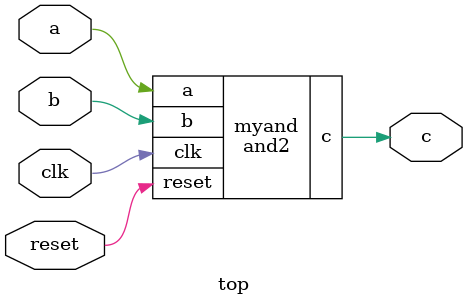
<source format=v>
/* Generated by Yosys 0.18+10 (git sha1 f797bf10a, gcc 11.2.0-7ubuntu2 -fPIC -Os) */

module and2(a, b, c, clk, reset);
  input a;
  input b;
  output c;
  input clk;
  input reset;
  (* keep = 32'h00000001 *)
  wire _0_;
  (* keep = 32'h00000001 *)
  wire _1_;
  (* keep = 32'h00000001 *)
  wire _2_;
  wire _3_;
  (* src = "/home/alain/RapidSilicon/Raptor/yosys_verific_rs/yosys/install/share/yosys/rapidsilicon/genesis3/ffs_map.v:19.64-19.66" *)
  wire _4_;
  (* src = "/home/alain/RapidSilicon/Raptor/tests/Testcases/and2_compact/./rtl/and2.v:14" *)
  (* src = "/home/alain/RapidSilicon/Raptor/tests/Testcases/and2_compact/./rtl/and2.v:14" *)
  wire a;
  (* src = "/home/alain/RapidSilicon/Raptor/tests/Testcases/and2_compact/./rtl/and2.v:15" *)
  (* src = "/home/alain/RapidSilicon/Raptor/tests/Testcases/and2_compact/./rtl/and2.v:15" *)
  wire b;
  (* keep = 32'h00000001 *)
  (* src = "/home/alain/RapidSilicon/Raptor/tests/Testcases/and2_compact/./rtl/and2.v:18" *)
  (* keep = 32'h00000001 *)
  (* src = "/home/alain/RapidSilicon/Raptor/tests/Testcases/and2_compact/./rtl/and2.v:18" *)
  wire c;
  (* keep = 32'h00000001 *)
  (* src = "/home/alain/RapidSilicon/Raptor/tests/Testcases/and2_compact/./rtl/and2.v:16" *)
  (* keep = 32'h00000001 *)
  (* src = "/home/alain/RapidSilicon/Raptor/tests/Testcases/and2_compact/./rtl/and2.v:16" *)
  wire clk;
  (* src = "/home/alain/RapidSilicon/Raptor/tests/Testcases/and2_compact/./rtl/and2.v:17" *)
  (* src = "/home/alain/RapidSilicon/Raptor/tests/Testcases/and2_compact/./rtl/and2.v:17" *)
  wire reset;
  (* module_not_derived = 32'h00000001 *)
  (* src = "/home/alain/RapidSilicon/Raptor/yosys_verific_rs/yosys/install/share/yosys/rapidsilicon/genesis3/ffs_map.v:19.11-19.68" *)
  dffre _5_ (
    .C(clk),
    .D(_3_),
    .E(1'h1),
    .Q(c),
    .R(_4_)
  );
  \$lut  #(
    .LUT(4'h8),
    .WIDTH(32'h00000002)
  ) _6_ (
    .A({ b, a }),
    .Y(_3_)
  );
  \$lut  #(
    .LUT(2'h1),
    .WIDTH(32'h00000001)
  ) _7_ (
    .A(reset),
    .Y(_4_)
  );
  assign _0_ = c;
  assign _1_ = c;
  assign _2_ = c;
endmodule

module top (a, b, c, clk, reset);
 input a;
  input b;
  output c;
  input clk;
  input reset;

   and2 myand (.a(a),.b(b),.c(c),.clk(clk),.reset(reset));
  
 
endmodule

</source>
